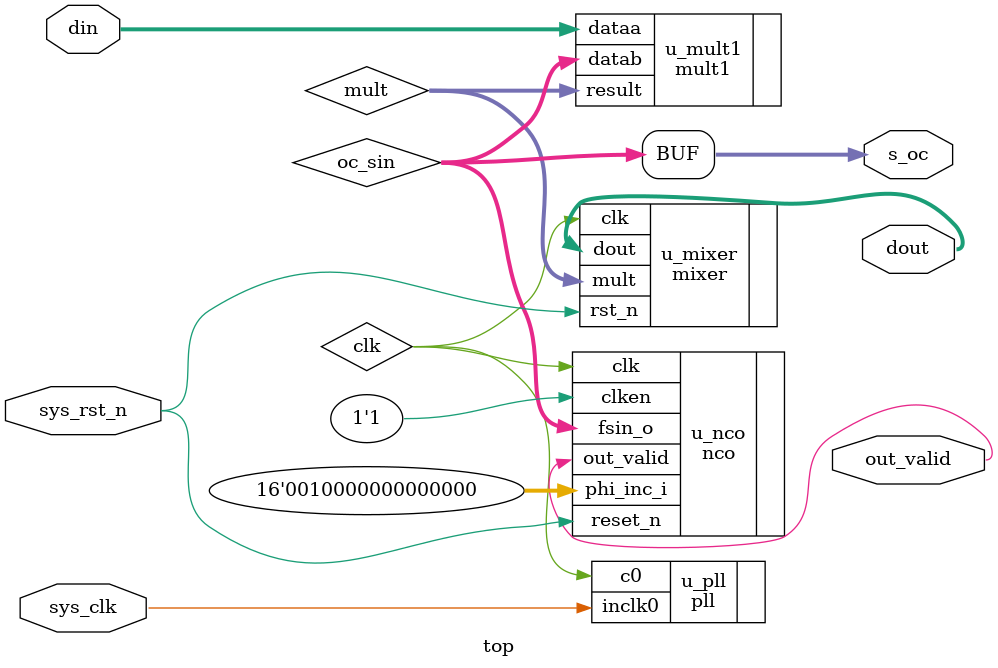
<source format=v>
module top(
    input           sys_clk,
    input           sys_rst_n,
    input   [9:0]   din,            //输入信号
    output  [9:0]   s_oc,           //本振信号，625kHz
    output          out_valid,      //nco输出有效信号
    output  [19:0]  dout            //混频输出
);

wire            [9:0]   oc_sin;
wire    signed  [19:0]  mult;
assign s_oc = oc_sin;

mixer u_mixer(
    .clk            (clk),
    .rst_n          (sys_rst_n),
    .mult           (mult),
    .dout           (dout)
);

nco u_nco(
    .phi_inc_i      (16'd8192),     //相位增量，对应625kHz
    .clk            (clk),
    .reset_n        (sys_rst_n),
    .clken          (1'b1),         //时钟允许信号
    .fsin_o         (oc_sin),       //本振正弦信号
    .out_valid      (out_valid)     //输出有效信号
);

mult1 u_mult1(
    .dataa          (din),
    .datab          (oc_sin),
    .result         (mult)
);

pll u_pll(
    .inclk0         (sys_clk),
    .c0             (clk)
);

endmodule
</source>
